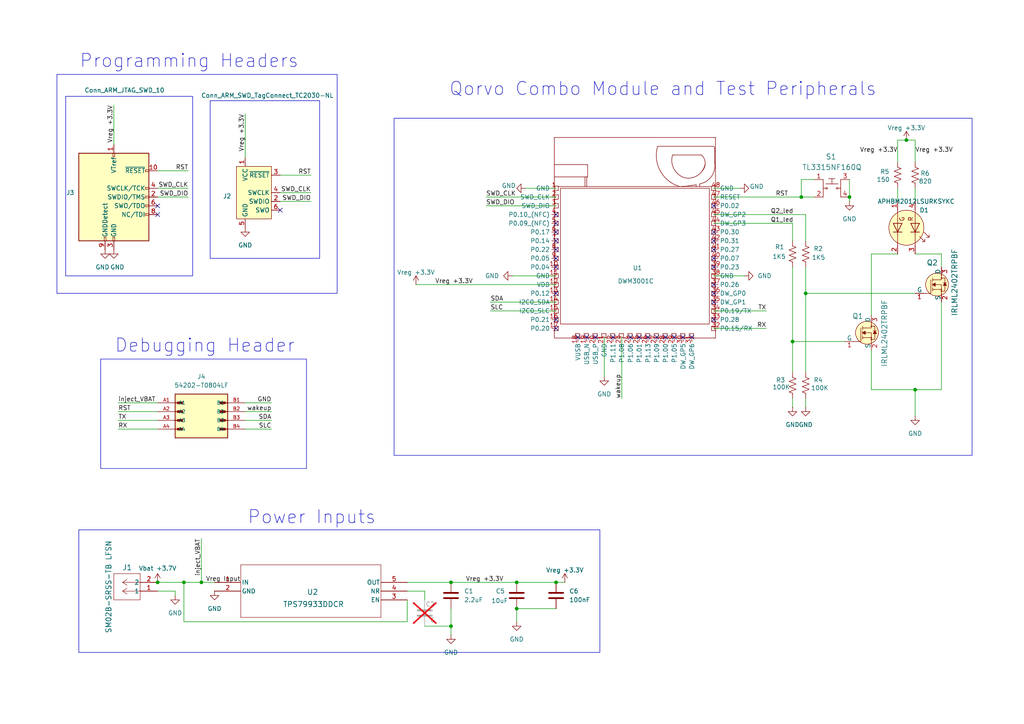
<source format=kicad_sch>
(kicad_sch (version 20231120) (generator "eeschema") (generator_version "8.0")
  (paper "A4")
  (title_block (title "BareTag_Tag") (date "2025-02-09") (rev "2") (company "SDP Team 3") (comment 1 "Authors: Connor McGarry, Sean Brown, Walter Tebbetts, Ken Su"))
  (lib_symbols
    (symbol "Connector:Conn_ARM_JTAG_SWD_10" (pin_names (offset 1.016))
      (property "Reference" "J3" (at -11.43 1.2701 0))
      (property "Value" "Conn_ARM_JTAG_SWD_10" (at 14.732 30.988 0))
      (symbol "Conn_ARM_JTAG_SWD_10_1_1"
        (pin power_in line (at 0 15.24 270) (length 2.54) (name "VTref") (number "1"))
        (pin open_collector line (at 12.7 7.62 180) (length 2.54) (name "~{RESET}") (number "10"))
        (pin bidirectional line (at 12.7 0 180) (length 2.54) (name "SWDIO/TMS") (number "2"))
        (pin power_in line (at 0 -15.24 90) (length 2.54) (name "GND") (number "3"))
        (pin bidirectional line (at 12.7 2.54 180) (length 2.54) (name "SWCLK/TCK") (number "4"))
        (pin passive line (at 0 -15.24 90) (length 2.54) hide (name "GND") (number "5"))
        (pin input line (at 12.7 -2.54 180) (length 2.54) (name "SWO/TDO") (number "6"))
        (pin no_connect line (at -10.16 0 0) (length 2.54) hide (name "KEY") (number "7"))
        (pin output line (at 12.7 -5.08 180) (length 2.54) (name "NC/TDI") (number "8"))
        (pin passive line (at -2.54 -15.24 90) (length 2.54) (name "GNDDetect") (number "9"))
      )
    )
    (symbol "Connector:Conn_ARM_SWD_TagConnect_TC2030-NL" (in_bom no)
      (property "Reference" "J" (at 2.54 11.43 0))
      (property "Value" "Conn_ARM_SWD_TagConnect_TC2030-NL" (at 2.54 8.89 0))
      (symbol "Conn_ARM_SWD_TagConnect_TC2030-NL_0_0"
        (pin power_in line (at -2.54 10.16 270) (length 2.54) (name "VCC") (number "1"))
        (pin bidirectional line (at 7.62 -2.54 180) (length 2.54) (name "SWDIO") (number "2"))
        (pin open_collector line (at 7.62 5.08 180) (length 2.54) (name "~{RESET}") (number "3"))
        (pin output line (at 7.62 0 180) (length 2.54) (name "SWCLK") (number "4"))
        (pin power_in line (at -2.54 -10.16 90) (length 2.54) (name "GND") (number "5"))
        (pin input line (at 7.62 -5.08 180) (length 2.54) (name "SWO") (number "6"))
      )
    )
    (symbol "Device:C" (pin_numbers hide) (pin_names (offset 0.254))
      (property "Reference" "C" (at 0.635 2.54 0))
      (property "Value" "C" (at 0.635 -2.54 0))
      (symbol "C_1_1"
        (pin passive line (at 0 3.81 270) (length 2.794) (name "~") (number "1"))
        (pin passive line (at 0 -3.81 90) (length 2.794) (name "~") (number "2"))
      )
    )
    (symbol "Device:R_US" (pin_numbers hide) (pin_names (offset 0))
      (property "Reference" "R" (at 2.54 0 90))
      (property "Value" "R_US" (at -2.54 0 90))
      (symbol "R_US_1_1"
        (pin passive line (at 0 3.81 270) (length 1.27) (name "~") (number "1"))
        (pin passive line (at 0 -3.81 90) (length 1.27) (name "~") (number "2"))
      )
    )
    (symbol "LED:LTST-C235KGKRKT" (pin_names (offset 0) hide)
      (property "Reference" "D1" (at -5.08 3.81 90))
      (property "Value" "APHBM2012LSURKSYKC" (at -7.62 -8.382 90))
      (symbol "LTST-C235KGKRKT_0_0"
        (text "G" (at -2.54 -1.27 0) (effects (font (size 1.2954 1.2954))))
        (text "R" (at -2.54 1.27 0) (effects (font (size 1.2954 1.2954))))
      )
      (symbol "LTST-C235KGKRKT_1_1"
        (pin input line (at -7.62 -2.54 0) (length 2.54) (name "A2") (number "1"))
        (pin input line (at 7.62 -2.54 180) (length 2.54) (name "K2") (number "2"))
        (pin input line (at 7.62 2.54 180) (length 2.54) (name "K1") (number "3"))
        (pin input line (at -7.62 2.54 0) (length 2.54) (name "A1") (number "4"))
      )
    )
    (symbol "SM02B-SRSS-TB:SM02B-SRSS-TB_LFSN" (pin_names (offset 0.254))
      (property "Reference" "J1" (at 7.366 3.81 0))
      (property "Value" "SM02B-SRSS-TB LFSN" (at -10.922 -9.144 0))
      (symbol "SM02B-SRSS-TB_LFSN_1_1"
        (pin power_out line (at 0 0 0) (length 5.08) (name "1") (number "1"))
        (pin power_out line (at 0 -2.54 0) (length 5.08) (name "2") (number "2"))
      )
      (symbol "SM02B-SRSS-TB_LFSN_1_2"
        (pin unspecified line (at 0 0 0) (length 5.08) (name "1") (number "1"))
        (pin unspecified line (at 0 -2.54 0) (length 5.08) (name "2") (number "2"))
      )
    )
    (symbol "TPS79933DDCR:TPS79933DDCR" (pin_names (offset 0.254))
      (property "Reference" "U2" (at 27.686 6.604 0))
      (property "Value" "TPS79933DDCR" (at 27.94 -13.462 0))
      (symbol "TPS79933DDCR_0_1"
        (pin power_in line (at 0 -2.54 0) (length 7.62) (name "GND") (number "2"))
      )
      (symbol "TPS79933DDCR_1_1"
        (pin power_in line (at 0 0 0) (length 7.62) (name "IN") (number "1"))
        (pin input line (at 55.88 -5.08 180) (length 7.62) (name "EN") (number "3"))
        (pin output line (at 55.88 -2.54 180) (length 7.62) (name "NR") (number "4"))
        (pin power_out line (at 55.88 0 180) (length 7.62) (name "OUT") (number "5"))
      )
    )
    (symbol "dk_Tactile-Switches:TL3315NF160Q" (pin_names (offset 1.016))
      (property "Reference" "S" (at 0 5.08 0))
      (property "Value" "TL3315NF160Q" (at 0 -5.08 0))
      (symbol "TL3315NF160Q_1_1"
        (pin passive line (at -5.08 2.54 0) (length 2.54) (name "~") (number "1"))
        (pin passive line (at -5.08 -2.54 0) (length 2.54) (name "~") (number "2"))
        (pin passive line (at 5.08 2.54 180) (length 2.54) (name "~") (number "3"))
        (pin passive line (at 5.08 -2.54 180) (length 2.54) (name "~") (number "4"))
      )
    )
    (symbol "dk_Transistors-FETs-MOSFETs-Single:IRLML2402TRPBF" (pin_names (offset 0))
      (property "Reference" "Q" (at -2.6924 3.6322 0))
      (property "Value" "IRLML2402TRPBF" (at 3.4544 0 90))
      (symbol "IRLML2402TRPBF_1_1"
        (pin bidirectional line (at -7.62 -2.54 0) (length 2.54) (name "G") (number "1"))
        (pin bidirectional line (at 0 -5.08 90) (length 2.54) (name "S") (number "2"))
        (pin bidirectional line (at 0 5.08 270) (length 2.54) (name "D") (number "3"))
      )
    )
    (symbol "imported:54202-T0804LF" (pin_names (offset 1.016))
      (property "Reference" "J" (at -8.12 7.62 0))
      (property "Value" "54202-T0804LF" (at -7.62 -7.62 0))
      (symbol "54202-T0804LF_0_0"
        (pin passive line (at -12.7 5.08 0) (length 5.08) (name "A1") (number "A1"))
        (pin passive line (at -12.7 2.54 0) (length 5.08) (name "A2") (number "A2"))
        (pin passive line (at -12.7 0 0) (length 5.08) (name "A3") (number "A3"))
        (pin passive line (at -12.7 -2.54 0) (length 5.08) (name "A4") (number "A4"))
        (pin passive line (at 12.7 5.08 180) (length 5.08) (name "B1") (number "B1"))
        (pin passive line (at 12.7 2.54 180) (length 5.08) (name "B2") (number "B2"))
        (pin passive line (at 12.7 0 180) (length 5.08) (name "B3") (number "B3"))
        (pin passive line (at 12.7 -2.54 180) (length 5.08) (name "B4") (number "B4"))
      )
    )
    (symbol "power:+3.3V" (power) (pin_numbers hide) (pin_names (offset 0) hide)
      (property "Value" "+3.3V" (at 0 3.556 0))
      (symbol "+3.3V_1_1"
        (pin power_in line (at 0 0 90) (length 0) (name "~") (number "1"))
      )
    )
    (symbol "power:GND" (power) (pin_numbers hide) (pin_names (offset 0) hide)
      (property "Value" "GND" (at 0 -3.81 0))
      (symbol "GND_1_1"
        (pin power_in line (at 0 0 270) (length 0) (name "~") (number "1"))
      )
    )
    (symbol "sdp:DWM3001C"
      (property "Reference" "U1" (at 2.032 -2.794 0))
      (property "Value" "DWM3001C" (at 1.524 -6.604 0))
      (symbol "DWM3001C_1_1"
        (pin power_in line (at -21.59 20.32 180) (length 1.27) (name "GND") (number "1"))
        (pin bidirectional line (at -21.59 -2.54 180) (length 1.27) (name "P0.04") (number "10"))
        (pin power_in line (at -21.59 -5.08 180) (length 1.27) (name "GND") (number "11"))
        (pin power_in line (at -21.59 -7.62 180) (length 1.27) (name "VDD") (number "12"))
        (pin bidirectional line (at -21.59 -10.16 180) (length 1.27) (name "P0.12") (number "13"))
        (pin bidirectional line (at -21.59 -12.7 180) (length 1.27) (name "I2C0_SDA") (number "14"))
        (pin bidirectional line (at -21.59 -15.24 180) (length 1.27) (name "I2C0_SLC") (number "15"))
        (pin bidirectional line (at -21.59 -17.78 180) (length 1.27) (name "P0.21") (number "16"))
        (pin bidirectional line (at -21.59 -20.32 180) (length 1.27) (name "P0.20") (number "17"))
        (pin bidirectional line (at -15.24 -22.86 270) (length 1.27) (name "VUSB") (number "18"))
        (pin bidirectional line (at -12.7 -22.86 270) (length 1.27) (name "USB_N") (number "19"))
        (pin input line (at -21.59 17.78 180) (length 1.27) (name "SWD_CLK") (number "2"))
        (pin bidirectional line (at -10.16 -22.86 270) (length 1.27) (name "USB_P") (number "20"))
        (pin power_in line (at -7.62 -22.86 270) (length 1.27) (name "GND") (number "21"))
        (pin bidirectional line (at -5.08 -22.86 270) (length 1.27) (name "P1.11") (number "22"))
        (pin bidirectional line (at -2.54 -22.86 270) (length 1.27) (name "P1.08") (number "23"))
        (pin bidirectional line (at 0 -22.86 270) (length 1.27) (name "P1.06") (number "24"))
        (pin bidirectional line (at 2.54 -22.86 270) (length 1.27) (name "P1.01") (number "25"))
        (pin bidirectional line (at 5.08 -22.86 270) (length 1.27) (name "P1.13") (number "26"))
        (pin bidirectional line (at 7.62 -22.86 270) (length 1.27) (name "P1.09") (number "27"))
        (pin bidirectional line (at 10.16 -22.86 270) (length 1.27) (name "P1.00") (number "28"))
        (pin bidirectional line (at 12.7 -22.86 270) (length 1.27) (name "P1.05") (number "29"))
        (pin bidirectional line (at -21.59 15.24 180) (length 1.27) (name "SWD_DIO") (number "3"))
        (pin bidirectional line (at 15.24 -22.86 270) (length 1.27) (name "DW_GP5") (number "30"))
        (pin bidirectional line (at 17.78 -22.86 270) (length 1.27) (name "DW_GP6") (number "31"))
        (pin bidirectional line (at 24.13 -20.32 0) (length 1.27) (name "P0.15/RX") (number "32"))
        (pin bidirectional line (at 24.13 -17.78 0) (length 1.27) (name "P0.28") (number "33"))
        (pin bidirectional line (at 24.13 -15.24 0) (length 1.27) (name "P0.19/TX") (number "34"))
        (pin bidirectional line (at 24.13 -12.7 0) (length 1.27) (name "DW_GP1") (number "35"))
        (pin bidirectional line (at 24.13 -10.16 0) (length 1.27) (name "DW_GP0") (number "36"))
        (pin bidirectional line (at 24.13 -7.62 0) (length 1.27) (name "P0.26") (number "37"))
        (pin power_in line (at 24.13 -5.08 0) (length 1.27) (name "GND") (number "38"))
        (pin bidirectional line (at 24.13 -2.54 0) (length 1.27) (name "P0.23") (number "39"))
        (pin bidirectional line (at -21.59 12.7 180) (length 1.27) (name "P0.10_(NFC)") (number "4"))
        (pin bidirectional line (at 24.13 0 0) (length 1.27) (name "P0.07") (number "40"))
        (pin bidirectional line (at 24.13 2.54 0) (length 1.27) (name "P0.27") (number "41"))
        (pin bidirectional line (at 24.13 5.08 0) (length 1.27) (name "P0.31") (number "42"))
        (pin bidirectional line (at 24.13 7.62 0) (length 1.27) (name "P0.30") (number "43"))
        (pin bidirectional line (at 24.13 10.16 0) (length 1.27) (name "DW_GP3") (number "44"))
        (pin bidirectional line (at 24.13 12.7 0) (length 1.27) (name "DW_GP2") (number "45"))
        (pin bidirectional line (at 24.13 15.24 0) (length 1.27) (name "P0.02") (number "46"))
        (pin bidirectional line (at 24.13 17.78 0) (length 1.27) (name "RESET") (number "47"))
        (pin power_in line (at 24.13 20.32 0) (length 1.27) (name "GND") (number "48"))
        (pin bidirectional line (at -21.59 10.16 180) (length 1.27) (name "P0.09_(NFC)") (number "5"))
        (pin bidirectional line (at -21.59 7.62 180) (length 1.27) (name "P0.17") (number "6"))
        (pin bidirectional line (at -21.59 5.08 180) (length 1.27) (name "P0.14") (number "7"))
        (pin bidirectional line (at -21.59 2.54 180) (length 1.27) (name "P0.22") (number "8"))
        (pin bidirectional line (at -21.59 0 180) (length 1.27) (name "P0.05") (number "9"))
      )
    )
  )
  (junction (at 232.41 57.15))
  (junction (at 262.89 40.64))
  (junction (at 45.72 168.91))
  (junction (at 161.29 168.91))
  (junction (at 149.86 168.91))
  (junction (at 130.81 168.91))
  (junction (at 265.43 113.03))
  (junction (at 53.34 168.91))
  (junction (at 130.81 181.61))
  (junction (at 246.38 57.15))
  (junction (at 58.42 168.91))
  (junction (at 233.68 85.09))
  (junction (at 229.87 99.06))
  (junction (at 149.86 176.53))
  (no_connect (at 185.42 97.79))
  (no_connect (at 207.01 77.47))
  (no_connect (at 161.29 64.77))
  (no_connect (at 161.29 67.31))
  (no_connect (at 167.64 97.79))
  (no_connect (at 161.29 74.93))
  (no_connect (at 161.29 92.71))
  (no_connect (at 161.29 62.23))
  (no_connect (at 207.01 82.55))
  (no_connect (at 198.12 97.79))
  (no_connect (at 207.01 72.39))
  (no_connect (at 207.01 69.85))
  (no_connect (at 182.88 97.79))
  (no_connect (at 170.18 97.79))
  (no_connect (at 200.66 97.79))
  (no_connect (at 207.01 59.69))
  (no_connect (at 207.01 87.63))
  (no_connect (at 207.01 67.31))
  (no_connect (at 190.5 97.79))
  (no_connect (at 45.72 59.69))
  (no_connect (at 177.8 97.79))
  (no_connect (at 207.01 92.71))
  (no_connect (at 187.96 97.79))
  (no_connect (at 193.04 97.79))
  (no_connect (at 161.29 69.85))
  (no_connect (at 195.58 97.79))
  (no_connect (at 161.29 95.25))
  (no_connect (at 161.29 77.47))
  (no_connect (at 81.28 60.96))
  (no_connect (at 207.01 85.09))
  (no_connect (at 172.72 97.79))
  (no_connect (at 161.29 85.09))
  (no_connect (at 45.72 62.23))
  (no_connect (at 207.01 74.93))
  (no_connect (at 161.29 72.39))
  (wire (pts (xy 50.8 171.45) (xy 50.8 172.72)))
  (wire (pts (xy 246.38 52.07) (xy 246.38 57.15)))
  (wire (pts (xy 207.01 62.23) (xy 233.68 62.23)))
  (wire (pts (xy 273.05 113.03) (xy 265.43 113.03)))
  (wire (pts (xy 140.97 59.69) (xy 161.29 59.69)))
  (wire (pts (xy 120.65 82.55) (xy 161.29 82.55)))
  (wire (pts (xy 71.12 33.02) (xy 71.12 45.72)))
  (wire (pts (xy 78.74 124.46) (xy 71.12 124.46)))
  (wire (pts (xy 130.81 181.61) (xy 130.81 184.15)))
  (wire (pts (xy 54.61 54.61) (xy 45.72 54.61)))
  (wire (pts (xy 53.34 180.34) (xy 53.34 168.91)))
  (wire (pts (xy 233.68 115.57) (xy 233.68 118.11)))
  (wire (pts (xy 215.9 80.01) (xy 207.01 80.01)))
  (wire (pts (xy 232.41 57.15) (xy 236.22 57.15)))
  (wire (pts (xy 233.68 85.09) (xy 265.43 85.09)))
  (wire (pts (xy 229.87 64.77) (xy 229.87 69.85)))
  (wire (pts (xy 232.41 52.07) (xy 232.41 57.15)))
  (wire (pts (xy 252.73 113.03) (xy 252.73 101.6)))
  (wire (pts (xy 207.01 57.15) (xy 232.41 57.15)))
  (wire (pts (xy 260.35 40.64) (xy 262.89 40.64)))
  (wire (pts (xy 54.61 49.53) (xy 45.72 49.53)))
  (wire (pts (xy 265.43 73.66) (xy 273.05 73.66)))
  (wire (pts (xy 149.86 176.53) (xy 149.86 180.34)))
  (wire (pts (xy 54.61 57.15) (xy 45.72 57.15)))
  (wire (pts (xy 90.17 55.88) (xy 81.28 55.88)))
  (wire (pts (xy 161.29 168.91) (xy 163.83 168.91)))
  (wire (pts (xy 142.24 90.17) (xy 161.29 90.17)))
  (wire (pts (xy 90.17 58.42) (xy 81.28 58.42)))
  (wire (pts (xy 118.11 173.99) (xy 118.11 180.34)))
  (wire (pts (xy 78.74 119.38) (xy 71.12 119.38)))
  (wire (pts (xy 233.68 62.23) (xy 233.68 69.85)))
  (wire (pts (xy 118.11 168.91) (xy 130.81 168.91)))
  (wire (pts (xy 252.73 73.66) (xy 252.73 91.44)))
  (wire (pts (xy 214.63 54.61) (xy 207.01 54.61)))
  (wire (pts (xy 260.35 54.61) (xy 260.35 58.42)))
  (wire (pts (xy 149.86 176.53) (xy 161.29 176.53)))
  (wire (pts (xy 207.01 64.77) (xy 229.87 64.77)))
  (wire (pts (xy 207.01 95.25) (xy 222.25 95.25)))
  (wire (pts (xy 33.02 30.48) (xy 33.02 41.91)))
  (wire (pts (xy 34.29 121.92) (xy 45.72 121.92)))
  (wire (pts (xy 34.29 124.46) (xy 45.72 124.46)))
  (wire (pts (xy 45.72 168.91) (xy 53.34 168.91)))
  (wire (pts (xy 78.74 116.84) (xy 71.12 116.84)))
  (wire (pts (xy 229.87 77.47) (xy 229.87 99.06)))
  (wire (pts (xy 273.05 73.66) (xy 273.05 77.47)))
  (wire (pts (xy 260.35 73.66) (xy 252.73 73.66)))
  (wire (pts (xy 123.19 171.45) (xy 123.19 173.99)))
  (wire (pts (xy 34.29 119.38) (xy 45.72 119.38)))
  (wire (pts (xy 78.74 121.92) (xy 71.12 121.92)))
  (wire (pts (xy 229.87 115.57) (xy 229.87 118.11)))
  (wire (pts (xy 53.34 180.34) (xy 118.11 180.34)))
  (wire (pts (xy 265.43 113.03) (xy 252.73 113.03)))
  (wire (pts (xy 233.68 85.09) (xy 233.68 107.95)))
  (wire (pts (xy 50.8 171.45) (xy 45.72 171.45)))
  (wire (pts (xy 180.34 97.79) (xy 180.34 115.57)))
  (wire (pts (xy 229.87 99.06) (xy 229.87 107.95)))
  (wire (pts (xy 265.43 113.03) (xy 265.43 120.65)))
  (wire (pts (xy 148.59 80.01) (xy 161.29 80.01)))
  (wire (pts (xy 273.05 87.63) (xy 273.05 113.03)))
  (wire (pts (xy 236.22 52.07) (xy 232.41 52.07)))
  (wire (pts (xy 207.01 90.17) (xy 222.25 90.17)))
  (wire (pts (xy 53.34 168.91) (xy 58.42 168.91)))
  (wire (pts (xy 265.43 54.61) (xy 265.43 58.42)))
  (wire (pts (xy 34.29 116.84) (xy 45.72 116.84)))
  (wire (pts (xy 90.17 50.8) (xy 81.28 50.8)))
  (wire (pts (xy 140.97 57.15) (xy 161.29 57.15)))
  (wire (pts (xy 58.42 156.21) (xy 58.42 168.91)))
  (wire (pts (xy 175.26 109.22) (xy 175.26 97.79)))
  (wire (pts (xy 118.11 171.45) (xy 123.19 171.45)))
  (wire (pts (xy 229.87 99.06) (xy 245.11 99.06)))
  (wire (pts (xy 58.42 168.91) (xy 62.23 168.91)))
  (wire (pts (xy 123.19 181.61) (xy 130.81 181.61)))
  (wire (pts (xy 130.81 176.53) (xy 130.81 181.61)))
  (wire (pts (xy 246.38 57.15) (xy 246.38 58.42)))
  (wire (pts (xy 260.35 46.99) (xy 260.35 40.64)))
  (wire (pts (xy 265.43 46.99) (xy 265.43 40.64)))
  (wire (pts (xy 130.81 168.91) (xy 149.86 168.91)))
  (wire (pts (xy 149.86 168.91) (xy 161.29 168.91)))
  (wire (pts (xy 262.89 40.64) (xy 265.43 40.64)))
  (wire (pts (xy 233.68 77.47) (xy 233.68 85.09)))
  (wire (pts (xy 152.4 54.61) (xy 161.29 54.61)))
  (wire (pts (xy 142.24 87.63) (xy 161.29 87.63)))
  (rectangle (start 22.86 153.67) (end 173.99 189.23))
  (rectangle (start 114.3 34.29) (end 281.94 132.08))
  (rectangle (start 16.51 21.59) (end 97.79 85.09))
  (rectangle (start 60.96 29.21) (end 92.71 74.93))
  (rectangle (start 19.05 27.94) (end 55.88 80.01))
  (rectangle (start 29.21 104.14) (end 88.9 135.89))
  (text "Qorvo Combo Module and Test Peripherals" (at 192.278 25.908 0) (effects (font (size 3.81 3.81))))
  (text "Debugging Header" (at 59.436 100.33 0) (effects (font (size 3.81 3.81))))
  (text "Power Inputs" (at 90.424 150.114 0) (effects (font (size 3.81 3.81))))
  (text "Programming Headers\n" (at 54.864 17.78 0) (effects (font (size 3.81 3.81))))
  (label "SDA" (at 142.24 87.63 0))
  (label "SWD_CLK" (at 140.97 57.15 0))
  (label "RX" (at 34.29 124.46 0))
  (label "Vreg +3.3V" (at 71.12 33.02 270))
  (label "RST" (at 90.17 50.8 180))
  (label "Vreg +3.3V" (at 137.16 82.55 180))
  (label "Q2_led" (at 223.52 62.23 0))
  (label "GND" (at 78.74 116.84 180))
  (label "wakeup" (at 180.34 115.57 90))
  (label "Vreg +3.3V" (at 33.02 30.48 270))
  (label "SWD_DIO" (at 90.17 58.42 180))
  (label "wakeup" (at 78.74 119.38 180))
  (label "inject_VBAT" (at 58.42 156.21 270))
  (label "TX" (at 34.29 121.92 0))
  (label "SLC" (at 142.24 90.17 0))
  (label "inject_VBAT" (at 34.29 116.84 0))
  (label "SLC" (at 78.74 124.46 180))
  (label "Vreg +3.3V" (at 265.43 44.45 0))
  (label "TX" (at 222.25 90.17 180))
  (label "SDA" (at 78.74 121.92 180))
  (label "Q1_led" (at 223.52 64.77 0))
  (label "SWD_CLK" (at 54.61 54.61 180))
  (label "Vreg +3.3V" (at 146.05 168.91 180))
  (label "Vreg +3.3V" (at 260.35 44.45 180))
  (label "RST" (at 34.29 119.38 0))
  (label "SWD_DIO" (at 54.61 57.15 180))
  (label "SWD_DIO" (at 140.97 59.69 0))
  (label "RST" (at 228.6 57.15 180))
  (label "RX" (at 222.25 95.25 180))
  (label "RST" (at 54.61 49.53 180))
  (label "SWD_CLK" (at 90.17 55.88 180))
  (label "Vreg Input" (at 59.69 168.91 0))
  (symbol (lib_id "power:GND") (at 149.86 180.34 0) (unit 1)
    (property "Reference" "#PWR017" (effects (hide yes)))
    (property "Value" "GND" (at 149.86 185.42 0))
    (property "Description" "Power symbol creates a global label with name \"GND\" , ground" (effects (hide yes)))
  )
  (symbol (lib_id "Device:R_US") (at 260.35 50.8 0) (unit 1)
    (property "Reference" "R5" (at 255.27 49.784 0) (effects (justify left)))
    (property "Value" "150" (at 254.254 52.07 0) (effects (justify left)))
    (property "Footprint" "Resistor_SMD:R_0402_1005Metric" (effects (hide yes)))
    (property "Description" "Resistor, US symbol" (effects (hide yes)))
  )
  (symbol (lib_id "dk_Transistors-FETs-MOSFETs-Single:IRLML2402TRPBF") (at 252.73 96.52 0) (unit 1)
    (property "Reference" "Q1" (at 247.142 91.694 0) (effects (font (size 1.524 1.524)) (justify left)))
    (property "Value" "IRLML2402TRPBF" (at 256.54 106.426 90) (effects (font (size 1.524 1.524)) (justify left)))
    (property "Footprint" "digikey-footprints:SOT-23-3" (effects (hide yes)))
    (property "Datasheet" "https://www.infineon.com/dgdl/irlml2402pbf.pdf?fileId=5546d462533600a401535664e5ef25fa" (effects (hide yes)))
    (property "Description" "MOSFET N-CH 20V 1.2A SOT-23" (effects (hide yes)))
    (property "Digi-Key_PN" "IRLML2402PBFCT-ND" (effects (hide yes)))
    (property "MPN" "IRLML2402TRPBF" (effects (hide yes)))
    (property "Category" "Discrete Semiconductor Products" (effects (hide yes)))
    (property "Family" "Transistors - FETs, MOSFETs - Single" (effects (hide yes)))
    (property "DK_Datasheet_Link" "https://www.infineon.com/dgdl/irlml2402pbf.pdf?fileId=5546d462533600a401535664e5ef25fa" (effects (hide yes)))
    (property "DK_Detail_Page" "/product-detail/en/infineon-technologies/IRLML2402TRPBF/IRLML2402PBFCT-ND/812508" (effects (hide yes)))
    (property "Description_1" "MOSFET N-CH 20V 1.2A SOT-23" (effects (hide yes)))
    (property "Manufacturer" "Infineon Technologies" (effects (hide yes)))
    (property "Status" "Active" (effects (hide yes)))
  )
  (symbol (lib_id "power:+3.3V") (at 163.83 168.91 0) (unit 1)
    (property "Reference" "#PWR09" (effects (hide yes)))
    (property "Value" "Vreg +3.3V" (at 163.83 165.354 0))
    (property "Description" "Power symbol creates a global label with name \"+3.3V\"" (effects (hide yes)))
  )
  (symbol (lib_id "Device:R_US") (at 233.68 111.76 0) (unit 1)
    (property "Reference" "R4" (at 235.966 110.236 0) (effects (justify left)))
    (property "Value" "100K" (at 235.204 112.522 0) (effects (justify left)))
    (property "Footprint" "Resistor_SMD:R_0402_1005Metric" (effects (hide yes)))
    (property "Description" "Resistor, US symbol" (effects (hide yes)))
  )
  (symbol (lib_id "power:GND") (at 130.81 184.15 0) (unit 1)
    (property "Reference" "#PWR010" (effects (hide yes)))
    (property "Value" "GND" (at 130.81 189.23 0))
    (property "Description" "Power symbol creates a global label with name \"GND\" , ground" (effects (hide yes)))
  )
  (symbol (lib_id "power:GND") (at 214.63 54.61 90) (unit 1)
    (property "Reference" "#PWR07" (effects (hide yes)))
    (property "Value" "GND" (at 217.424 54.102 90) (effects (justify right)))
    (property "Description" "Power symbol creates a global label with name \"GND\" , ground" (effects (hide yes)))
  )
  (symbol (lib_id "Connector:Conn_ARM_JTAG_SWD_10") (at 33.02 57.15 0) (unit 1)
    (property "Reference" "J3" (at 21.59 55.8799 0) (effects (justify right)))
    (property "Value" "Conn_ARM_JTAG_SWD_10" (at 47.752 26.162 0) (effects (justify right)))
    (property "Footprint" "Connector_PinHeader_1.27mm:PinHeader_2x05_P1.27mm_Vertical_SMD" (effects (hide yes)))
    (property "Datasheet" "http://infocenter.arm.com/help/topic/com.arm.doc.ddi0314h/DDI0314H_coresight_components_trm.pdf" (effects (hide yes)))
    (property "Description" "Cortex Debug Connector, standard ARM Cortex-M SWD and JTAG interface" (effects (hide yes)))
  )
  (symbol (lib_id "TPS79933DDCR:TPS79933DDCR") (at 62.23 168.91 0) (unit 1)
    (property "Reference" "U2" (at 90.678 171.704 0) (effects (font (size 1.524 1.524))))
    (property "Value" "TPS79933DDCR" (at 90.932 175.26 0) (effects (font (size 1.524 1.524))))
    (property "Footprint" "imported:SOT95P280X110-5N" (effects (hide yes)))
    (property "Datasheet" "https://www.ti.com/lit/ds/symlink/tps799.pdf" (effects (hide yes)))
  )
  (symbol (lib_id "power:+3.3V") (at 45.72 168.91 0) (unit 1)
    (property "Reference" "#PWR08" (effects (hide yes)))
    (property "Value" "Vbat +3.7V" (at 45.72 164.846 0))
    (property "Description" "Power symbol creates a global label with name \"+3.3V\"" (effects (hide yes)))
  )
  (symbol (lib_id "power:GND") (at 148.59 80.01 270) (unit 1)
    (property "Reference" "#PWR04" (effects (hide yes)))
    (property "Value" "GND" (at 144.78 80.0099 90) (effects (justify right)))
    (property "Description" "Power symbol creates a global label with name \"GND\" , ground" (effects (hide yes)))
  )
  (symbol (lib_id "Device:R_US") (at 229.87 111.76 0) (unit 1)
    (property "Reference" "R3" (at 225.044 110.236 0) (effects (justify left)))
    (property "Value" "100K" (at 224.028 112.268 0) (effects (justify left)))
    (property "Footprint" "Resistor_SMD:R_0402_1005Metric" (effects (hide yes)))
    (property "Description" "Resistor, US symbol" (effects (hide yes)))
  )
  (symbol (lib_id "Connector:Conn_ARM_SWD_TagConnect_TC2030-NL") (at 73.66 55.88 0) (unit 1) (in_bom no)
    (property "Reference" "J2" (at 67.056 56.896 0) (effects (justify right)))
    (property "Value" "Conn_ARM_SWD_TagConnect_TC2030-NL" (at 96.774 27.686 0) (effects (justify right)))
    (property "Datasheet" "https://www.tag-connect.com/wp-content/uploads/bsk-pdf-manager/2020/12/EC-6Pin_7_9.pdf" (effects (hide yes)))
    (property "Description" "Tag-Connect ARM Cortex SWD JTAG connector, 6 pin, no legs" (effects (hide yes)))
  )
  (symbol (lib_id "Device:C") (at 161.29 172.72 0) (unit 1)
    (property "Reference" "C6" (at 165.1 171.4499 0) (effects (justify left)))
    (property "Value" "100nF" (at 165.1 173.9899 0) (effects (justify left)))
    (property "Footprint" "Capacitor_SMD:C_0603_1608Metric" (effects (hide yes)))
    (property "Description" "Unpolarized capacitor" (effects (hide yes)))
  )
  (symbol (lib_id "power:GND") (at 265.43 120.65 0) (unit 1)
    (property "Reference" "#PWR016" (effects (hide yes)))
    (property "Value" "GND" (at 265.43 125.73 0))
    (property "Description" "Power symbol creates a global label with name \"GND\" , ground" (effects (hide yes)))
  )
  (symbol (lib_id "sdp:DWM3001C") (at 182.88 74.93 0) (unit 1)
    (property "Reference" "U1" (at 184.912 77.724 0))
    (property "Value" "DWM3001C" (at 184.404 81.534 0))
    (property "Footprint" "imported:DWM3001C" (effects (hide yes)))
  )
  (symbol (lib_id "Device:C") (at 123.19 177.8 0) (unit 1) (dnp yes)
    (property "Reference" "C2" (at 123.444 175.26 0) (effects (justify left)))
    (property "Value" "C" (at 124.714 179.832 0) (effects (justify left)))
    (property "Footprint" "imported:GRM155C80J225KE95D" (effects (hide yes)))
    (property "Description" "Unpolarized capacitor" (effects (hide yes)))
  )
  (symbol (lib_id "Device:C") (at 149.86 172.72 0) (unit 1)
    (property "Reference" "C5" (at 143.764 171.45 0) (effects (justify left)))
    (property "Value" "10uF" (at 142.494 174.244 0) (effects (justify left)))
    (property "Footprint" "imported:GRM155C80J225KE95D" (effects (hide yes)))
    (property "Description" "Unpolarized capacitor" (effects (hide yes)))
  )
  (symbol (lib_id "power:GND") (at 175.26 109.22 0) (unit 1)
    (property "Reference" "#PWR05" (effects (hide yes)))
    (property "Value" "GND" (at 175.26 114.3 0))
    (property "Description" "Power symbol creates a global label with name \"GND\" , ground" (effects (hide yes)))
  )
  (symbol (lib_id "dk_Transistors-FETs-MOSFETs-Single:IRLML2402TRPBF") (at 273.05 82.55 0) (unit 1)
    (property "Reference" "Q2" (at 268.732 76.2 0) (effects (font (size 1.524 1.524)) (justify left)))
    (property "Value" "IRLML2402TRPBF" (at 276.86 91.694 90) (effects (font (size 1.524 1.524)) (justify left)))
    (property "Footprint" "digikey-footprints:SOT-23-3" (effects (hide yes)))
    (property "Datasheet" "https://www.infineon.com/dgdl/irlml2402pbf.pdf?fileId=5546d462533600a401535664e5ef25fa" (effects (hide yes)))
    (property "Description" "MOSFET N-CH 20V 1.2A SOT-23" (effects (hide yes)))
    (property "Digi-Key_PN" "IRLML2402PBFCT-ND" (effects (hide yes)))
    (property "MPN" "IRLML2402TRPBF" (effects (hide yes)))
    (property "Category" "Discrete Semiconductor Products" (effects (hide yes)))
    (property "Family" "Transistors - FETs, MOSFETs - Single" (effects (hide yes)))
    (property "DK_Datasheet_Link" "https://www.infineon.com/dgdl/irlml2402pbf.pdf?fileId=5546d462533600a401535664e5ef25fa" (effects (hide yes)))
    (property "DK_Detail_Page" "/product-detail/en/infineon-technologies/IRLML2402TRPBF/IRLML2402PBFCT-ND/812508" (effects (hide yes)))
    (property "Description_1" "MOSFET N-CH 20V 1.2A SOT-23" (effects (hide yes)))
    (property "Manufacturer" "Infineon Technologies" (effects (hide yes)))
    (property "Status" "Active" (effects (hide yes)))
  )
  (symbol (lib_id "power:GND") (at 246.38 58.42 0) (unit 1)
    (property "Reference" "#PWR013" (effects (hide yes)))
    (property "Value" "GND" (at 246.38 63.5 0))
    (property "Description" "Power symbol creates a global label with name \"GND\" , ground" (effects (hide yes)))
  )
  (symbol (lib_id "imported:54202-T0804LF") (at 58.42 121.92 0) (unit 1)
    (property "Reference" "J4" (at 58.42 109.22 0))
    (property "Value" "54202-T0804LF" (at 58.42 111.76 0))
    (property "Footprint" "imported:AMPHENOL_54202-T0804LF" (effects (hide yes)))
    (property "PARTREV" "AC" (effects (hide yes)))
    (property "STANDARD" "Manufacturer Recommendations" (effects (hide yes)))
    (property "SNAPEDA_PN" "54202-T0804LF" (effects (hide yes)))
    (property "MAXIMUM_PACKAGE_HEIGHT" "9.85mm" (effects (hide yes)))
    (property "MANUFACTURER" "AMPHENOL ICC / FCI" (effects (hide yes)))
  )
  (symbol (lib_id "Device:R_US") (at 233.68 73.66 0) (unit 1)
    (property "Reference" "R2" (at 235.966 72.136 0) (effects (justify left)))
    (property "Value" "1K5" (at 235.458 74.676 0) (effects (justify left)))
    (property "Footprint" "Resistor_SMD:R_0402_1005Metric" (effects (hide yes)))
    (property "Description" "Resistor, US symbol" (effects (hide yes)))
  )
  (symbol (lib_id "power:+3.3V") (at 120.65 82.55 0) (unit 1)
    (property "Reference" "#PWR019" (effects (hide yes)))
    (property "Value" "Vreg +3.3V" (at 120.65 78.994 0))
    (property "Description" "Power symbol creates a global label with name \"+3.3V\"" (effects (hide yes)))
  )
  (symbol (lib_id "power:GND") (at 71.12 66.04 0) (unit 1)
    (property "Reference" "#PWR01" (effects (hide yes)))
    (property "Value" "GND" (at 71.12 71.12 0))
    (property "Description" "Power symbol creates a global label with name \"GND\" , ground" (effects (hide yes)))
  )
  (symbol (lib_id "power:+3.3V") (at 262.89 40.64 0) (unit 1)
    (property "Reference" "#PWR018" (effects (hide yes)))
    (property "Value" "Vreg +3.3V" (at 262.89 37.084 0))
    (property "Description" "Power symbol creates a global label with name \"+3.3V\"" (effects (hide yes)))
  )
  (symbol (lib_id "power:GND") (at 50.8 172.72 0) (unit 1)
    (property "Reference" "#PWR020" (effects (hide yes)))
    (property "Value" "GND" (at 50.8 177.8 0))
    (property "Description" "Power symbol creates a global label with name \"GND\" , ground" (effects (hide yes)))
  )
  (symbol (lib_id "dk_Tactile-Switches:TL3315NF160Q") (at 241.3 54.61 0) (unit 1)
    (property "Reference" "S1" (at 241.046 45.466 0) (effects (font (size 1.524 1.524))))
    (property "Value" "TL3315NF160Q" (at 241.3 48.514 0) (effects (font (size 1.524 1.524))))
    (property "Footprint" "digikey-footprints:Switch_Tactile_SMD_4.5x4.5mm_TL3315NF160Q" (effects (hide yes)))
    (property "Datasheet" "http://spec_sheets.e-switch.com/specs/P010337.pdf" (effects (hide yes)))
    (property "Description" "SWITCH TACTILE SPST-NO 0.05A 15V" (effects (hide yes)))
    (property "Digi-Key_PN" "EG4621CT-ND" (effects (hide yes)))
    (property "MPN" "TL3315NF160Q" (effects (hide yes)))
    (property "Category" "Switches" (effects (hide yes)))
    (property "Family" "Tactile Switches" (effects (hide yes)))
    (property "DK_Datasheet_Link" "http://spec_sheets.e-switch.com/specs/P010337.pdf" (effects (hide yes)))
    (property "DK_Detail_Page" "/product-detail/en/e-switch/TL3315NF160Q/EG4621CT-ND/1870401" (effects (hide yes)))
    (property "Description_1" "SWITCH TACTILE SPST-NO 0.05A 15V" (effects (hide yes)))
    (property "Manufacturer" "E-Switch" (effects (hide yes)))
    (property "Status" "Active" (effects (hide yes)))
  )
  (symbol (lib_id "Device:R_US") (at 265.43 50.8 0) (unit 1)
    (property "Reference" "R6" (at 266.954 50.292 0) (effects (justify left)))
    (property "Value" "820" (at 266.446 52.578 0) (effects (justify left)))
    (property "Footprint" "Resistor_SMD:R_0402_1005Metric" (effects (hide yes)))
    (property "Description" "Resistor, US symbol" (effects (hide yes)))
  )
  (symbol (lib_id "power:GND") (at 215.9 80.01 90) (unit 1)
    (property "Reference" "#PWR06" (effects (hide yes)))
    (property "Value" "GND" (at 219.71 80.0099 90) (effects (justify right)))
    (property "Description" "Power symbol creates a global label with name \"GND\" , ground" (effects (hide yes)))
  )
  (symbol (lib_id "power:GND") (at 233.68 118.11 0) (unit 1)
    (property "Reference" "#PWR015" (effects (hide yes)))
    (property "Value" "GND" (at 233.68 123.19 0))
    (property "Description" "Power symbol creates a global label with name \"GND\" , ground" (effects (hide yes)))
  )
  (symbol (lib_id "power:GND") (at 33.02 72.39 0) (unit 1)
    (property "Reference" "#PWR012" (effects (hide yes)))
    (property "Value" "GND" (at 34.036 77.47 0))
    (property "Description" "Power symbol creates a global label with name \"GND\" , ground" (effects (hide yes)))
  )
  (symbol (lib_id "LED:LTST-C235KGKRKT") (at 262.89 66.04 270) (unit 1)
    (property "Reference" "D1" (at 266.7 60.96 90) (effects (justify left)))
    (property "Value" "APHBM2012LSURKSYKC" (at 254.508 58.42 90) (effects (justify left)))
    (property "Footprint" "imported:LED_APHBM2012LSURKSYKC" (effects (hide yes)))
    (property "Description" "LED dual red/green, 4-pin, down-facing" (effects (hide yes)))
  )
  (symbol (lib_id "SM02B-SRSS-TB:SM02B-SRSS-TB_LFSN") (at 45.72 171.45 180) (unit 1)
    (property "Reference" "J1" (at 38.354 164.592 0) (effects (font (size 1.524 1.524)) (justify left)))
    (property "Value" "SM02B-SRSS-TB LFSN" (at 31.496 156.718 90) (effects (font (size 1.524 1.524)) (justify left)))
    (property "Footprint" "imported:SM02BSRSSTBLFSN" (effects (hide yes)))
    (property "Datasheet" "SM02B-SRSS-TB LFSN" (effects (hide yes)))
  )
  (symbol (lib_id "power:GND") (at 152.4 54.61 270) (unit 1)
    (property "Reference" "#PWR03" (effects (hide yes)))
    (property "Value" "GND" (at 149.606 53.848 90) (effects (justify right)))
    (property "Description" "Power symbol creates a global label with name \"GND\" , ground" (effects (hide yes)))
  )
  (symbol (lib_id "Device:R_US") (at 229.87 73.66 0) (unit 1)
    (property "Reference" "R1" (at 224.79 71.628 0) (effects (justify left)))
    (property "Value" "1K5" (at 224.028 74.422 0) (effects (justify left)))
    (property "Footprint" "Resistor_SMD:R_0402_1005Metric" (effects (hide yes)))
    (property "Description" "Resistor, US symbol" (effects (hide yes)))
  )
  (symbol (lib_id "power:GND") (at 229.87 118.11 0) (unit 1)
    (property "Reference" "#PWR014" (effects (hide yes)))
    (property "Value" "GND" (at 229.87 123.19 0))
    (property "Description" "Power symbol creates a global label with name \"GND\" , ground" (effects (hide yes)))
  )
  (symbol (lib_id "power:GND") (at 30.48 72.39 0) (unit 1)
    (property "Reference" "#PWR011" (effects (hide yes)))
    (property "Value" "GND" (at 29.718 77.47 0))
    (property "Description" "Power symbol creates a global label with name \"GND\" , ground" (effects (hide yes)))
  )
  (symbol (lib_id "power:GND") (at 62.23 171.45 0) (unit 1)
    (property "Reference" "#PWR02" (effects (hide yes)))
    (property "Value" "GND" (at 62.23 176.53 0))
    (property "Description" "Power symbol creates a global label with name \"GND\" , ground" (effects (hide yes)))
  )
  (symbol (lib_id "Device:C") (at 130.81 172.72 180) (unit 1)
    (property "Reference" "C1" (at 134.62 171.4499 0) (effects (justify right)))
    (property "Value" "2.2uF" (at 134.62 173.9899 0) (effects (justify right)))
    (property "Footprint" "imported:GRM155C80J225KE95D" (effects (hide yes)))
    (property "Description" "Unpolarized capacitor" (effects (hide yes)))
  )
)
</source>
